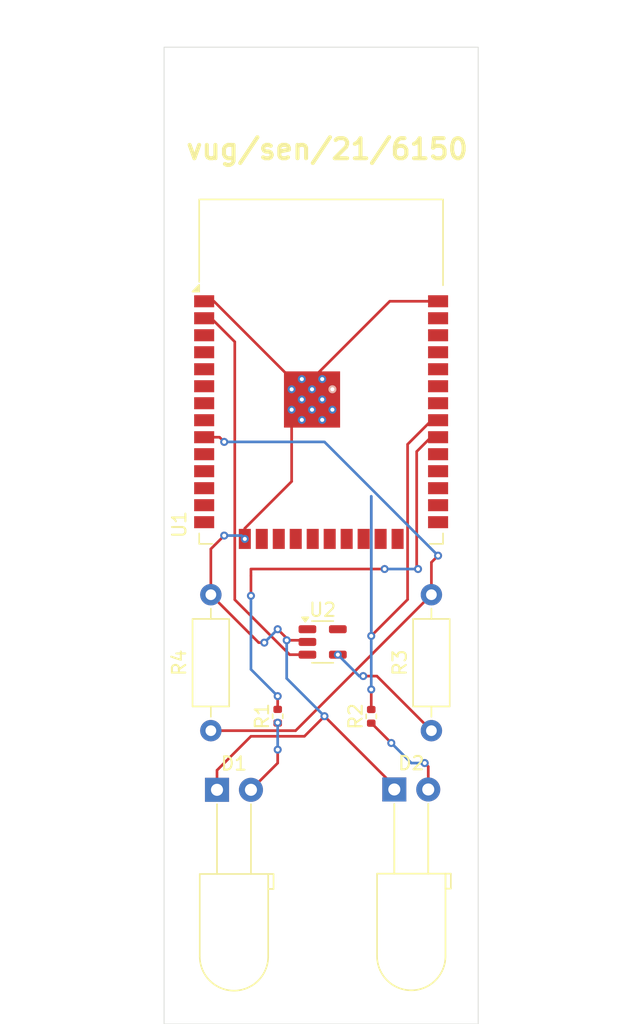
<source format=kicad_pcb>
(kicad_pcb (version 20241229) (generator "pcbnew") (generator_version "9.0")
  (title_block (title "IOT-Based Car Battery Voltage Monitor Using ESP32 and Blynk") (date "2025-24-24") (rev "0.0.0"))
  (layers (0 "F.Cu" signal) (2 "B.Cu" signal) (13 "F.Paste" user) (15 "B.Paste" user) (5 "F.SilkS" user "F.Silkscreen") (7 "B.SilkS" user "B.Silkscreen") (1 "F.Mask" user) (3 "B.Mask" user) (25 "Edge.Cuts" user))
  (net 0 "")
  (net 1 "Net-(D1-A)")
  (net 2 "GND")
  (net 3 "Net-(D2-A)")
  (net 4 "Net-(U1-IO18)")
  (net 5 "Net-(U1-IO19)")
  (net 6 "Net-(U1-IO33)")
  (net 22 "Net-(U1-VDD)")
  (net 40 "+12V")
  (footprint "Resistor_THT:R_Axial_DIN0207_L6.3mm_D2.5mm_P10.16mm_Horizontal" (layer "F.Cu") (at 117.5 101.08 90)
    (property "Reference" "R4" (at 5.08 -2.37 270) (layer "F.SilkS"))
    (property "Value" "7.5k")
    (fp_line (start 8.35 -1.37) (end 1.81 -1.37) (stroke (width 0.12)) (layer "F.SilkS"))
    (fp_line (start 1.81 -1.37) (end 1.81 1.37) (stroke (width 0.12)) (layer "F.SilkS"))
    (fp_line (start 9.12 0) (end 8.35 0) (stroke (width 0.12)) (layer "F.SilkS"))
    (fp_line (start 1.04 0) (end 1.81 0) (stroke (width 0.12)) (layer "F.SilkS"))
    (fp_line (start 8.35 1.37) (end 8.35 -1.37) (stroke (width 0.12)) (layer "F.SilkS"))
    (fp_line (start 1.81 1.37) (end 8.35 1.37) (stroke (width 0.12)) (layer "F.SilkS"))
    (pad "1" thru_hole circle (at 0 0 90) (size 1.6 1.6) (drill 0.8) (layers "*.Cu" "*.Mask") (net 6 "Net-(U1-IO33)"))
    (pad "2" thru_hole oval (at 10.16 0 90) (size 1.6 1.6) (drill 0.8) (layers "*.Cu" "*.Mask") (net 2 "GND"))
  )
  (footprint "Package_TO_SOT_SMD:SOT-23-5" (layer "F.Cu") (at 125.8625 94.45)
    (property "Reference" "U2" (at 0 -2.4 0) (layer "F.SilkS"))
    (property "Value" "TPS560200")
    (fp_line (start 0 -1.56) (end -0.8 -1.56) (stroke (width 0.12)) (layer "F.SilkS"))
    (fp_line (start 0 -1.56) (end 0.8 -1.56) (stroke (width 0.12)) (layer "F.SilkS"))
    (fp_line (start 0 1.56) (end -0.8 1.56) (stroke (width 0.12)) (layer "F.SilkS"))
    (fp_line (start 0 1.56) (end 0.8 1.56) (stroke (width 0.12)) (layer "F.SilkS"))
    (fp_poly (pts (xy -1.3 -1.51) (xy -1.54 -1.84) (xy -1.06 -1.84) (xy -1.3 -1.51)) (stroke (width 0.12)) (fill yes) (layer "F.SilkS"))
    (pad "1" smd roundrect (at -1.1375 -0.95) (size 1.325 0.6) (layers "F.Cu" "F.Mask" "F.Paste"))
    (pad "2" smd roundrect (at -1.1375 0) (size 1.325 0.6) (layers "F.Cu" "F.Mask" "F.Paste") (net 2 "GND"))
    (pad "3" smd roundrect (at -1.1375 0.95) (size 1.325 0.6) (layers "F.Cu" "F.Mask" "F.Paste") (net 22 "Net-(U1-VDD)"))
    (pad "4" smd roundrect (at 1.1375 0.95) (size 1.325 0.6) (layers "F.Cu" "F.Mask" "F.Paste") (net 40 "+12V"))
    (pad "5" smd roundrect (at 1.1375 -0.95) (size 1.325 0.6) (layers "F.Cu" "F.Mask" "F.Paste"))
  )
  (footprint "LED_THT:LED_D5.0mm_Horizontal_O6.35mm_Z15.0mm" (layer "F.Cu") (at 117.96 105.5)
    (property "Reference" "D1" (at 1.27 -1.96 0) (layer "F.SilkS"))
    (property "Value" "LED")
    (fp_line (start -1.29 6.29) (end -1.29 12.45) (stroke (width 0.12)) (layer "F.SilkS"))
    (fp_line (start -1.29 6.29) (end 3.83 6.29) (stroke (width 0.12)) (layer "F.SilkS"))
    (fp_line (start 0 1.08) (end 0 1.08) (stroke (width 0.12)) (layer "F.SilkS"))
    (fp_line (start 0 1.08) (end 0 6.29) (stroke (width 0.12)) (layer "F.SilkS"))
    (fp_line (start 0 6.29) (end 0 1.08) (stroke (width 0.12)) (layer "F.SilkS"))
    (fp_line (start 0 6.29) (end 0 6.29) (stroke (width 0.12)) (layer "F.SilkS"))
    (fp_line (start 2.54 1.08) (end 2.54 1.08) (stroke (width 0.12)) (layer "F.SilkS"))
    (fp_line (start 2.54 1.08) (end 2.54 6.29) (stroke (width 0.12)) (layer "F.SilkS"))
    (fp_line (start 2.54 6.29) (end 2.54 1.08) (stroke (width 0.12)) (layer "F.SilkS"))
    (fp_line (start 2.54 6.29) (end 2.54 6.29) (stroke (width 0.12)) (layer "F.SilkS"))
    (fp_line (start 3.83 6.29) (end 3.83 12.45) (stroke (width 0.12)) (layer "F.SilkS"))
    (fp_line (start 3.83 6.29) (end 4.23 6.29) (stroke (width 0.12)) (layer "F.SilkS"))
    (fp_line (start 3.83 7.41) (end 3.83 6.29) (stroke (width 0.12)) (layer "F.SilkS"))
    (fp_line (start 4.23 6.29) (end 4.23 7.41) (stroke (width 0.12)) (layer "F.SilkS"))
    (fp_line (start 4.23 7.41) (end 3.83 7.41) (stroke (width 0.12)) (layer "F.SilkS"))
    (fp_arc (start 3.83 12.45) (mid 1.27 15.01) (end -1.29 12.45) (stroke (width 0.12)) (layer "F.SilkS"))
    (pad "1" thru_hole rect (at 0 0) (size 1.8 1.8) (drill 0.9) (layers "*.Cu" "*.Mask") (net 2 "GND"))
    (pad "2" thru_hole circle (at 2.54 0) (size 1.8 1.8) (drill 0.9) (layers "*.Cu" "*.Mask") (net 1 "Net-(D1-A)"))
  )
  (footprint "Resistor_THT:R_Axial_DIN0207_L6.3mm_D2.5mm_P10.16mm_Horizontal" (layer "F.Cu") (at 134 101.08 90)
    (property "Reference" "R3" (at 5.08 -2.37 270) (layer "F.SilkS"))
    (property "Value" "30k")
    (fp_line (start 8.35 -1.37) (end 1.81 -1.37) (stroke (width 0.12)) (layer "F.SilkS"))
    (fp_line (start 1.81 -1.37) (end 1.81 1.37) (stroke (width 0.12)) (layer "F.SilkS"))
    (fp_line (start 9.12 0) (end 8.35 0) (stroke (width 0.12)) (layer "F.SilkS"))
    (fp_line (start 1.04 0) (end 1.81 0) (stroke (width 0.12)) (layer "F.SilkS"))
    (fp_line (start 8.35 1.37) (end 8.35 -1.37) (stroke (width 0.12)) (layer "F.SilkS"))
    (fp_line (start 1.81 1.37) (end 8.35 1.37) (stroke (width 0.12)) (layer "F.SilkS"))
    (pad "1" thru_hole circle (at 0 0 90) (size 1.6 1.6) (drill 0.8) (layers "*.Cu" "*.Mask") (net 40 "+12V"))
    (pad "2" thru_hole oval (at 10.16 0 90) (size 1.6 1.6) (drill 0.8) (layers "*.Cu" "*.Mask") (net 6 "Net-(U1-IO33)"))
  )
  (footprint "LED_THT:LED_D5.0mm_Horizontal_O6.35mm_Z15.0mm" (layer "F.Cu") (at 131.225 105.475)
    (property "Reference" "D2" (at 1.27 -1.96 0) (layer "F.SilkS"))
    (property "Value" "LED")
    (fp_line (start -1.29 6.29) (end -1.29 12.45) (stroke (width 0.12)) (layer "F.SilkS"))
    (fp_line (start -1.29 6.29) (end 3.83 6.29) (stroke (width 0.12)) (layer "F.SilkS"))
    (fp_line (start 0 1.08) (end 0 1.08) (stroke (width 0.12)) (layer "F.SilkS"))
    (fp_line (start 0 1.08) (end 0 6.29) (stroke (width 0.12)) (layer "F.SilkS"))
    (fp_line (start 0 6.29) (end 0 1.08) (stroke (width 0.12)) (layer "F.SilkS"))
    (fp_line (start 0 6.29) (end 0 6.29) (stroke (width 0.12)) (layer "F.SilkS"))
    (fp_line (start 2.54 1.08) (end 2.54 1.08) (stroke (width 0.12)) (layer "F.SilkS"))
    (fp_line (start 2.54 1.08) (end 2.54 6.29) (stroke (width 0.12)) (layer "F.SilkS"))
    (fp_line (start 2.54 6.29) (end 2.54 1.08) (stroke (width 0.12)) (layer "F.SilkS"))
    (fp_line (start 2.54 6.29) (end 2.54 6.29) (stroke (width 0.12)) (layer "F.SilkS"))
    (fp_line (start 3.83 6.29) (end 3.83 12.45) (stroke (width 0.12)) (layer "F.SilkS"))
    (fp_line (start 3.83 6.29) (end 4.23 6.29) (stroke (width 0.12)) (layer "F.SilkS"))
    (fp_line (start 3.83 7.41) (end 3.83 6.29) (stroke (width 0.12)) (layer "F.SilkS"))
    (fp_line (start 4.23 6.29) (end 4.23 7.41) (stroke (width 0.12)) (layer "F.SilkS"))
    (fp_line (start 4.23 7.41) (end 3.83 7.41) (stroke (width 0.12)) (layer "F.SilkS"))
    (fp_arc (start 3.83 12.45) (mid 1.27 15.01) (end -1.29 12.45) (stroke (width 0.12)) (layer "F.SilkS"))
    (pad "1" thru_hole rect (at 0 0) (size 1.8 1.8) (drill 0.9) (layers "*.Cu" "*.Mask") (net 2 "GND"))
    (pad "2" thru_hole circle (at 2.54 0) (size 1.8 1.8) (drill 0.9) (layers "*.Cu" "*.Mask") (net 3 "Net-(D2-A)"))
  )
  (footprint "Resistor_SMD:R_0402_1005Metric" (layer "F.Cu") (at 129.5 100.01 90)
    (property "Reference" "R2" (at 0 -1.17 270) (layer "F.SilkS"))
    (property "Value" "R")
    (fp_line (start -0.153641 -0.38) (end 0.153641 -0.38) (stroke (width 0.12)) (layer "F.SilkS"))
    (fp_line (start -0.153641 0.38) (end 0.153641 0.38) (stroke (width 0.12)) (layer "F.SilkS"))
    (pad "1" smd roundrect (at -0.51 0 90) (size 0.54 0.64) (layers "F.Cu" "F.Mask" "F.Paste") (net 3 "Net-(D2-A)"))
    (pad "2" smd roundrect (at 0.51 0 90) (size 0.54 0.64) (layers "F.Cu" "F.Mask" "F.Paste") (net 5 "Net-(U1-IO19)"))
  )
  (footprint "RF_Module:ESP32-WROOM-32" (layer "F.Cu") (at 125.75 77.24)
    (property "Reference" "U1" (at -10.61 8.43 90) (layer "F.SilkS"))
    (property "Value" "ESP32-WROOM-32")
    (fp_line (start -9.12 -15.86) (end -9.12 -9.7) (stroke (width 0.12)) (layer "F.SilkS"))
    (fp_line (start -9.12 -15.86) (end 9.12 -15.86) (stroke (width 0.12)) (layer "F.SilkS"))
    (fp_line (start -9.12 9.1) (end -9.12 9.88) (stroke (width 0.12)) (layer "F.SilkS"))
    (fp_line (start -9.12 9.88) (end -8.12 9.88) (stroke (width 0.12)) (layer "F.SilkS"))
    (fp_line (start 9.12 -15.86) (end 9.12 -9.445) (stroke (width 0.12)) (layer "F.SilkS"))
    (fp_line (start 9.12 9.1) (end 9.12 9.88) (stroke (width 0.12)) (layer "F.SilkS"))
    (fp_line (start 9.12 9.88) (end 8.12 9.88) (stroke (width 0.12)) (layer "F.SilkS"))
    (fp_poly (pts (xy -9.125 -8.975) (xy -9.625 -8.975) (xy -9.125 -9.475) (xy -9.125 -8.975)) (stroke (width 0.12)) (fill yes) (layer "F.SilkS"))
    (pad "1" smd rect (at -8.75 -8.25) (size 1.5 0.9) (layers "F.Cu" "F.Mask" "F.Paste") (net 2 "GND"))
    (pad "2" smd rect (at -8.75 -6.98) (size 1.5 0.9) (layers "F.Cu" "F.Mask" "F.Paste") (net 22 "Net-(U1-VDD)"))
    (pad "3" smd rect (at -8.75 -5.71) (size 1.5 0.9) (layers "F.Cu" "F.Mask" "F.Paste"))
    (pad "4" smd rect (at -8.75 -4.44) (size 1.5 0.9) (layers "F.Cu" "F.Mask" "F.Paste"))
    (pad "5" smd rect (at -8.75 -3.17) (size 1.5 0.9) (layers "F.Cu" "F.Mask" "F.Paste"))
    (pad "6" smd rect (at -8.75 -1.9) (size 1.5 0.9) (layers "F.Cu" "F.Mask" "F.Paste"))
    (pad "7" smd rect (at -8.75 -0.63) (size 1.5 0.9) (layers "F.Cu" "F.Mask" "F.Paste"))
    (pad "8" smd rect (at -8.75 0.64) (size 1.5 0.9) (layers "F.Cu" "F.Mask" "F.Paste"))
    (pad "9" smd rect (at -8.75 1.91) (size 1.5 0.9) (layers "F.Cu" "F.Mask" "F.Paste") (net 6 "Net-(U1-IO33)"))
    (pad "10" smd rect (at -8.75 3.18) (size 1.5 0.9) (layers "F.Cu" "F.Mask" "F.Paste"))
    (pad "11" smd rect (at -8.75 4.45) (size 1.5 0.9) (layers "F.Cu" "F.Mask" "F.Paste"))
    (pad "12" smd rect (at -8.75 5.72) (size 1.5 0.9) (layers "F.Cu" "F.Mask" "F.Paste"))
    (pad "13" smd rect (at -8.75 6.99) (size 1.5 0.9) (layers "F.Cu" "F.Mask" "F.Paste"))
    (pad "14" smd rect (at -8.75 8.26) (size 1.5 0.9) (layers "F.Cu" "F.Mask" "F.Paste"))
    (pad "15" smd rect (at -5.71 9.51 90) (size 1.5 0.9) (layers "F.Cu" "F.Mask" "F.Paste") (net 2 "GND"))
    (pad "16" smd rect (at -4.44 9.51 90) (size 1.5 0.9) (layers "F.Cu" "F.Mask" "F.Paste"))
    (pad "17" smd rect (at -3.17 9.51 90) (size 1.5 0.9) (layers "F.Cu" "F.Mask" "F.Paste"))
    (pad "18" smd rect (at -1.9 9.51 90) (size 1.5 0.9) (layers "F.Cu" "F.Mask" "F.Paste"))
    (pad "19" smd rect (at -0.63 9.51 90) (size 1.5 0.9) (layers "F.Cu" "F.Mask" "F.Paste"))
    (pad "20" smd rect (at 0.64 9.51 90) (size 1.5 0.9) (layers "F.Cu" "F.Mask" "F.Paste"))
    (pad "21" smd rect (at 1.91 9.51 90) (size 1.5 0.9) (layers "F.Cu" "F.Mask" "F.Paste"))
    (pad "22" smd rect (at 3.18 9.51 90) (size 1.5 0.9) (layers "F.Cu" "F.Mask" "F.Paste"))
    (pad "23" smd rect (at 4.45 9.51 90) (size 1.5 0.9) (layers "F.Cu" "F.Mask" "F.Paste"))
    (pad "24" smd rect (at 5.72 9.51 90) (size 1.5 0.9) (layers "F.Cu" "F.Mask" "F.Paste"))
    (pad "25" smd rect (at 8.75 8.26) (size 1.5 0.9) (layers "F.Cu" "F.Mask" "F.Paste"))
    (pad "26" smd rect (at 8.75 6.99) (size 1.5 0.9) (layers "F.Cu" "F.Mask" "F.Paste"))
    (pad "27" smd rect (at 8.75 5.72) (size 1.5 0.9) (layers "F.Cu" "F.Mask" "F.Paste"))
    (pad "28" smd rect (at 8.75 4.45) (size 1.5 0.9) (layers "F.Cu" "F.Mask" "F.Paste"))
    (pad "29" smd rect (at 8.75 3.18) (size 1.5 0.9) (layers "F.Cu" "F.Mask" "F.Paste"))
    (pad "30" smd rect (at 8.75 1.91) (size 1.5 0.9) (layers "F.Cu" "F.Mask" "F.Paste") (net 4 "Net-(U1-IO18)"))
    (pad "31" smd rect (at 8.75 0.64) (size 1.5 0.9) (layers "F.Cu" "F.Mask" "F.Paste") (net 5 "Net-(U1-IO19)"))
    (pad "32" smd rect (at 8.75 -0.63) (size 1.5 0.9) (layers "F.Cu" "F.Mask" "F.Paste"))
    (pad "33" smd rect (at 8.75 -1.9) (size 1.5 0.9) (layers "F.Cu" "F.Mask" "F.Paste"))
    (pad "34" smd rect (at 8.75 -3.17) (size 1.5 0.9) (layers "F.Cu" "F.Mask" "F.Paste"))
    (pad "35" smd rect (at 8.75 -4.44) (size 1.5 0.9) (layers "F.Cu" "F.Mask" "F.Paste"))
    (pad "36" smd rect (at 8.75 -5.71) (size 1.5 0.9) (layers "F.Cu" "F.Mask" "F.Paste"))
    (pad "37" smd rect (at 8.75 -6.98) (size 1.5 0.9) (layers "F.Cu" "F.Mask" "F.Paste"))
    (pad "38" smd rect (at 8.75 -8.25) (size 1.5 0.9) (layers "F.Cu" "F.Mask" "F.Paste") (net 2 "GND"))
    (pad "39" smd rect (at -2.205 -2.435) (size 1.05 1.05) (layers "F.Cu" "F.Paste") (net 2 "GND"))
    (pad "39" thru_hole circle (at -2.205 -1.6725) (size 0.6 0.6) (drill 0.3) (property pad_prop_heatsink) (layers "*.Cu" "F.Mask") (net 2 "GND"))
    (pad "39" smd rect (at -2.205 -0.91) (size 1.05 1.05) (layers "F.Cu" "F.Paste") (net 2 "GND"))
    (pad "39" thru_hole circle (at -2.205 -0.1475) (size 0.6 0.6) (drill 0.3) (property pad_prop_heatsink) (layers "*.Cu" "F.Mask") (net 2 "GND"))
    (pad "39" smd rect (at -2.205 0.615) (size 1.05 1.05) (layers "F.Cu" "F.Paste") (net 2 "GND"))
    (pad "39" thru_hole circle (at -1.4425 -2.435) (size 0.6 0.6) (drill 0.3) (property pad_prop_heatsink) (layers "*.Cu" "F.Mask") (net 2 "GND"))
    (pad "39" thru_hole circle (at -1.4425 -0.91) (size 0.6 0.6) (drill 0.3) (property pad_prop_heatsink) (layers "*.Cu" "F.Mask") (net 2 "GND"))
    (pad "39" thru_hole circle (at -1.4425 0.615) (size 0.6 0.6) (drill 0.3) (property pad_prop_heatsink) (layers "*.Cu" "F.Mask") (net 2 "GND"))
    (pad "39" smd rect (at -0.68 -2.435) (size 1.05 1.05) (layers "F.Cu" "F.Paste") (net 2 "GND"))
    (pad "39" thru_hole circle (at -0.68 -1.6725) (size 0.6 0.6) (drill 0.3) (property pad_prop_heatsink) (layers "*.Cu" "F.Mask") (net 2 "GND"))
    (pad "39" smd rect (at -0.68 -0.91) (size 1.05 1.05) (layers "F.Cu" "F.Paste") (net 2 "GND"))
    (pad "39" smd rect (at -0.68 -0.91) (size 4.2 4.2) (layers "F.Cu" "F.Mask") (net 2 "GND"))
    (pad "39" thru_hole circle (at -0.68 -0.1475) (size 0.6 0.6) (drill 0.3) (property pad_prop_heatsink) (layers "*.Cu" "F.Mask") (net 2 "GND"))
    (pad "39" smd rect (at -0.68 0.615) (size 1.05 1.05) (layers "F.Cu" "F.Paste") (net 2 "GND"))
    (pad "39" thru_hole circle (at 0.0825 -2.435) (size 0.6 0.6) (drill 0.3) (property pad_prop_heatsink) (layers "*.Cu" "F.Mask") (net 2 "GND"))
    (pad "39" thru_hole circle (at 0.0825 -0.91) (size 0.6 0.6) (drill 0.3) (property pad_prop_heatsink) (layers "*.Cu" "F.Mask") (net 2 "GND"))
    (pad "39" thru_hole circle (at 0.0825 0.615) (size 0.6 0.6) (drill 0.3) (property pad_prop_heatsink) (layers "*.Cu" "F.Mask") (net 2 "GND"))
    (pad "39" smd rect (at 0.845 -2.435) (size 1.05 1.05) (layers "F.Cu" "F.Paste") (net 2 "GND"))
    (pad "39" thru_hole circle (at 0.845 -1.6725) (size 0.6 0.6) (drill 0.3) (property pad_prop_heatsink) (layers "*.Cu" "F.Mask" "B.SilkS") (net 2 "GND"))
    (pad "39" smd rect (at 0.845 -0.91) (size 1.05 1.05) (layers "F.Cu" "F.Paste") (net 2 "GND"))
    (pad "39" thru_hole circle (at 0.845 -0.1475) (size 0.6 0.6) (drill 0.3) (property pad_prop_heatsink) (layers "*.Cu" "F.Mask") (net 2 "GND"))
    (pad "39" smd rect (at 0.845 0.615) (size 1.05 1.05) (layers "F.Cu" "F.Paste") (net 2 "GND"))
  )
  (footprint "Resistor_SMD:R_0402_1005Metric" (layer "F.Cu") (at 122.5 100 90)
    (property "Reference" "R1" (at 0 -1.17 270) (layer "F.SilkS"))
    (property "Value" "R")
    (fp_line (start -0.153641 -0.38) (end 0.153641 -0.38) (stroke (width 0.12)) (layer "F.SilkS"))
    (fp_line (start -0.153641 0.38) (end 0.153641 0.38) (stroke (width 0.12)) (layer "F.SilkS"))
    (pad "1" smd roundrect (at -0.51 0 90) (size 0.54 0.64) (layers "F.Cu" "F.Mask" "F.Paste") (net 1 "Net-(D1-A)"))
    (pad "2" smd roundrect (at 0.51 0 90) (size 0.54 0.64) (layers "F.Cu" "F.Mask" "F.Paste") (net 4 "Net-(U1-IO18)"))
  )
  (gr_line (start 114 50) (end 114 123) (stroke (width 0.05)) (layer "Edge.Cuts"))
  (gr_line (start 137.5 50) (end 114 50) (stroke (width 0.05)) (layer "Edge.Cuts"))
  (gr_line (start 137.5 123) (end 137.5 50) (stroke (width 0.05)) (layer "Edge.Cuts"))
  (gr_line (start 114 123) (end 137.5 123) (stroke (width 0.05)) (layer "Edge.Cuts"))
  (gr_text "vug/sen/21/6150" (at 115.5 58.5 0) (layer "F.SilkS") (effects (font (size 1.5 1.5) (thickness 0.3) (bold yes)) (justify left bottom)))
  (segment (start 120.5 105.5) (end 122.5 103.5) (width 0.2) (layer "F.Cu") (net 1))
  (segment (start 122.5 103.5) (end 122.5 102.5) (width 0.2) (layer "F.Cu") (net 1))
  (via (at 122.5 100.48) (size 0.6) (drill 0.3) (layers "F.Cu" "B.Cu") (net 1))
  (via (at 122.5 102.5) (size 0.6) (drill 0.3) (layers "F.Cu" "B.Cu") (net 1))
  (segment (start 122.5 102.5) (end 122.5 100.48) (width 0.2) (layer "B.Cu") (net 1))
  (segment (start 121.5 94.5) (end 121.08 94.5) (width 0.2) (layer "F.Cu") (net 2))
  (segment (start 117.5 87.5) (end 118.5 86.5) (width 0.2) (layer "F.Cu") (net 2))
  (segment (start 124.600735 94.325735) (end 124.725 94.45) (width 0.2) (layer "F.Cu") (net 2))
  (segment (start 120.04 85.96) (end 120.04 86.75) (width 0.2) (layer "F.Cu") (net 2))
  (segment (start 117.73 68.99) (end 117 68.99) (width 0.2) (layer "F.Cu") (net 2))
  (segment (start 124.5 101.5) (end 126 100) (width 0.2) (layer "F.Cu") (net 2))
  (segment (start 125.07 76.33) (end 117.73 68.99) (width 0.2) (layer "F.Cu") (net 2))
  (segment (start 117.5 90.92) (end 117.5 87.5) (width 0.2) (layer "F.Cu") (net 2))
  (segment (start 123.174265 94.174265) (end 122.5 93.5) (width 0.2) (layer "F.Cu") (net 2))
  (segment (start 121.08 94.5) (end 117.5 90.92) (width 0.2) (layer "F.Cu") (net 2))
  (segment (start 117.96 105.5) (end 117.96 104.04) (width 0.2) (layer "F.Cu") (net 2))
  (segment (start 131.225 105.475) (end 131.225 105.225) (width 0.2) (layer "F.Cu") (net 2))
  (segment (start 123.174265 94.325735) (end 124.600735 94.325735) (width 0.2) (layer "F.Cu") (net 2))
  (segment (start 130.885 68.99) (end 134.5 68.99) (width 0.2) (layer "F.Cu") (net 2))
  (segment (start 120.5 101.5) (end 124.5 101.5) (width 0.2) (layer "F.Cu") (net 2))
  (segment (start 117.96 104.04) (end 120.5 101.5) (width 0.2) (layer "F.Cu") (net 2))
  (segment (start 125.07 74.805) (end 130.885 68.99) (width 0.2) (layer "F.Cu") (net 2))
  (segment (start 123.545 82.455) (end 120.04 85.96) (width 0.2) (layer "F.Cu") (net 2))
  (segment (start 131.225 105.225) (end 126 100) (width 0.2) (layer "F.Cu") (net 2))
  (segment (start 123.174265 94.325735) (end 123.174265 94.174265) (width 0.2) (layer "F.Cu") (net 2))
  (segment (start 123.545 77.855) (end 123.545 82.455) (width 0.2) (layer "F.Cu") (net 2))
  (via (at 126 100) (size 0.6) (drill 0.3) (layers "F.Cu" "B.Cu") (net 2))
  (via (at 121.5 94.5) (size 0.6) (drill 0.3) (layers "F.Cu" "B.Cu") (net 2))
  (via (at 120.04 86.75) (size 0.6) (drill 0.3) (layers "F.Cu" "B.Cu") (net 2))
  (via (at 122.5 93.5) (size 0.6) (drill 0.3) (layers "F.Cu" "B.Cu") (net 2))
  (via (at 118.5 86.5) (size 0.6) (drill 0.3) (layers "F.Cu" "B.Cu") (net 2))
  (via (at 123.174265 94.325735) (size 0.6) (drill 0.3) (layers "F.Cu" "B.Cu") (net 2))
  (segment (start 123.174265 97.174265) (end 123.174265 94.325735) (width 0.2) (layer "B.Cu") (net 2))
  (segment (start 122.5 93.5) (end 121.5 94.5) (width 0.2) (layer "B.Cu") (net 2))
  (segment (start 126 100) (end 123.174265 97.174265) (width 0.2) (layer "B.Cu") (net 2))
  (segment (start 119.79 86.5) (end 120.04 86.75) (width 0.2) (layer "B.Cu") (net 2))
  (segment (start 118.5 86.5) (end 119.79 86.5) (width 0.2) (layer "B.Cu") (net 2))
  (segment (start 129.52 100.52) (end 131 102) (width 0.2) (layer "F.Cu") (net 3))
  (segment (start 133.765 103.765) (end 133.765 105.475) (width 0.2) (layer "F.Cu") (net 3))
  (segment (start 133.5 103.5) (end 133.765 103.765) (width 0.2) (layer "F.Cu") (net 3))
  (segment (start 129.5 100.52) (end 129.52 100.52) (width 0.2) (layer "F.Cu") (net 3))
  (via (at 131 102) (size 0.6) (drill 0.3) (layers "F.Cu" "B.Cu") (net 3))
  (via (at 133.5 103.5) (size 0.6) (drill 0.3) (layers "F.Cu" "B.Cu") (net 3))
  (segment (start 131 102) (end 132.5 103.5) (width 0.2) (layer "B.Cu") (net 3))
  (segment (start 132.5 103.5) (end 133.5 103.5) (width 0.2) (layer "B.Cu") (net 3))
  (segment (start 129.5 89) (end 120.5 89) (width 0.2) (layer "F.Cu") (net 4))
  (segment (start 132.9 88.9) (end 133 89) (width 0.2) (layer "F.Cu") (net 4))
  (segment (start 120.5 89) (end 120.5 89.5) (width 0.2) (layer "F.Cu") (net 4))
  (segment (start 122.5 98.5) (end 122.5 99.49) (width 0.2) (layer "F.Cu") (net 4))
  (segment (start 132.9 80.22) (end 132.9 88.9) (width 0.2) (layer "F.Cu") (net 4))
  (segment (start 134.5 79.15) (end 133.97 79.15) (width 0.2) (layer "F.Cu") (net 4))
  (segment (start 120.5 89.5) (end 120.5 91) (width 0.2) (layer "F.Cu") (net 4))
  (segment (start 133.97 79.15) (end 132.9 80.22) (width 0.2) (layer "F.Cu") (net 4))
  (segment (start 130.5 89) (end 129.5 89) (width 0.2) (layer "F.Cu") (net 4))
  (via (at 130.5 89) (size 0.6) (drill 0.3) (layers "F.Cu" "B.Cu") (net 4))
  (via (at 120.5 91) (size 0.6) (drill 0.3) (layers "F.Cu" "B.Cu") (net 4))
  (via (at 133 89) (size 0.6) (drill 0.3) (layers "F.Cu" "B.Cu") (net 4))
  (via (at 122.5 98.5) (size 0.6) (drill 0.3) (layers "F.Cu" "B.Cu") (net 4))
  (segment (start 120.5 91) (end 120.5 96.5) (width 0.2) (layer "B.Cu") (net 4))
  (segment (start 133 89) (end 130.5 89) (width 0.2) (layer "B.Cu") (net 4))
  (segment (start 120.5 96.5) (end 122.5 98.5) (width 0.2) (layer "B.Cu") (net 4))
  (segment (start 129.5 98) (end 129.5 99.5) (width 0.2) (layer "F.Cu") (net 5))
  (segment (start 134.5 77.88) (end 134.02 77.88) (width 0.2) (layer "F.Cu") (net 5))
  (segment (start 132.22 79.68) (end 132.22 91.28) (width 0.2) (layer "F.Cu") (net 5))
  (segment (start 134.02 77.88) (end 132.22 79.68) (width 0.2) (layer "F.Cu") (net 5))
  (segment (start 132.22 91.28) (end 129.5 94) (width 0.2) (layer "F.Cu") (net 5))
  (via (at 129.5 94) (size 0.6) (drill 0.3) (layers "F.Cu" "B.Cu") (net 5))
  (via (at 129.5 98) (size 0.6) (drill 0.3) (layers "F.Cu" "B.Cu") (net 5))
  (segment (start 129.5 83.565686) (end 129.5 98) (width 0.2) (layer "B.Cu") (net 5))
  (segment (start 129.5 94) (end 129.5 83.565686) (width 0.2) (layer "B.Cu") (net 5))
  (segment (start 123.84 101.08) (end 117.5 101.08) (width 0.2) (layer "F.Cu") (net 6))
  (segment (start 118.15 79.15) (end 118.5 79.5) (width 0.2) (layer "F.Cu") (net 6))
  (segment (start 117 79.15) (end 118.15 79.15) (width 0.2) (layer "F.Cu") (net 6))
  (segment (start 134 90.92) (end 123.84 101.08) (width 0.2) (layer "F.Cu") (net 6))
  (segment (start 134 88.5) (end 134 90.92) (width 0.2) (layer "F.Cu") (net 6))
  (segment (start 134.5 88) (end 134 88.5) (width 0.2) (layer "F.Cu") (net 6))
  (via (at 118.5 79.5) (size 0.6) (drill 0.3) (layers "F.Cu" "B.Cu") (net 6))
  (via (at 134.5 88) (size 0.6) (drill 0.3) (layers "F.Cu" "B.Cu") (net 6))
  (segment (start 118.5 79.5) (end 126 79.5) (width 0.2) (layer "B.Cu") (net 6))
  (segment (start 126 79.5) (end 134.5 88) (width 0.2) (layer "B.Cu") (net 6))
  (segment (start 119.29 72.02) (end 119.29 91.29) (width 0.2) (layer "F.Cu") (net 22))
  (segment (start 117 70.26) (end 117.53 70.26) (width 0.2) (layer "F.Cu") (net 22))
  (segment (start 117.53 70.26) (end 119.29 72.02) (width 0.2) (layer "F.Cu") (net 22))
  (segment (start 119.29 91.29) (end 123.4 95.4) (width 0.2) (layer "F.Cu") (net 22))
  (segment (start 123.4 95.4) (end 124.725 95.4) (width 0.2) (layer "F.Cu") (net 22))
  (segment (start 134 101.08) (end 129.92 97) (width 0.2) (layer "F.Cu") (net 40))
  (segment (start 129.92 97) (end 128.9 97) (width 0.2) (layer "F.Cu") (net 40))
  (via (at 128.9 97) (size 0.6) (drill 0.3) (layers "F.Cu" "B.Cu") (net 40))
  (via (at 127 95.4) (size 0.6) (drill 0.3) (layers "F.Cu" "B.Cu") (net 40))
  (segment (start 128.6 97) (end 127 95.4) (width 0.2) (layer "B.Cu") (net 40))
  (segment (start 128.9 97) (end 128.6 97) (width 0.2) (layer "B.Cu") (net 40))
)
</source>
